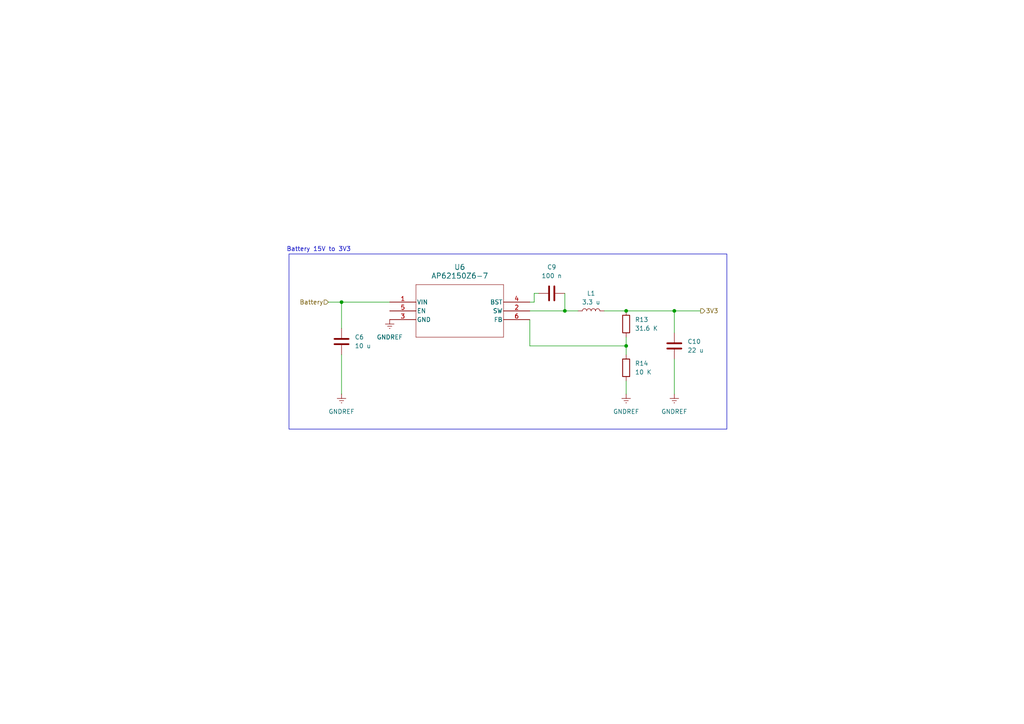
<source format=kicad_sch>
(kicad_sch
	(version 20250114)
	(generator "eeschema")
	(generator_version "9.0")
	(uuid "ed28105f-d7c6-404a-8791-0c3323c410f9")
	(paper "A4")
	(lib_symbols
		(symbol "HMS_SSymbols_Library:AP62150Z6-7"
			(pin_names
				(offset 0.254)
			)
			(exclude_from_sim no)
			(in_bom yes)
			(on_board yes)
			(property "Reference" "U"
				(at 20.32 10.16 0)
				(effects
					(font
						(size 1.524 1.524)
					)
				)
			)
			(property "Value" "AP62150Z6-7"
				(at 20.32 7.62 0)
				(effects
					(font
						(size 1.524 1.524)
					)
				)
			)
			(property "Footprint" "SOT563_DIO"
				(at 0 0 0)
				(effects
					(font
						(size 1.27 1.27)
						(italic yes)
					)
					(hide yes)
				)
			)
			(property "Datasheet" "AP62150Z6-7"
				(at 0 0 0)
				(effects
					(font
						(size 1.27 1.27)
						(italic yes)
					)
					(hide yes)
				)
			)
			(property "Description" ""
				(at 0 0 0)
				(effects
					(font
						(size 1.27 1.27)
					)
					(hide yes)
				)
			)
			(property "ki_locked" ""
				(at 0 0 0)
				(effects
					(font
						(size 1.27 1.27)
					)
				)
			)
			(property "ki_keywords" "AP62150Z6-7"
				(at 0 0 0)
				(effects
					(font
						(size 1.27 1.27)
					)
					(hide yes)
				)
			)
			(property "ki_fp_filters" "SOT563_DIO SOT563_DIO-M SOT563_DIO-L"
				(at 0 0 0)
				(effects
					(font
						(size 1.27 1.27)
					)
					(hide yes)
				)
			)
			(symbol "AP62150Z6-7_0_1"
				(polyline
					(pts
						(xy 7.62 5.08) (xy 7.62 -10.16)
					)
					(stroke
						(width 0.127)
						(type default)
					)
					(fill
						(type none)
					)
				)
				(polyline
					(pts
						(xy 7.62 -10.16) (xy 33.02 -10.16)
					)
					(stroke
						(width 0.127)
						(type default)
					)
					(fill
						(type none)
					)
				)
				(polyline
					(pts
						(xy 33.02 5.08) (xy 7.62 5.08)
					)
					(stroke
						(width 0.127)
						(type default)
					)
					(fill
						(type none)
					)
				)
				(polyline
					(pts
						(xy 33.02 -10.16) (xy 33.02 5.08)
					)
					(stroke
						(width 0.127)
						(type default)
					)
					(fill
						(type none)
					)
				)
				(pin power_in line
					(at 0 0 0)
					(length 7.62)
					(name "VIN"
						(effects
							(font
								(size 1.27 1.27)
							)
						)
					)
					(number "1"
						(effects
							(font
								(size 1.27 1.27)
							)
						)
					)
				)
				(pin input line
					(at 0 -2.54 0)
					(length 7.62)
					(name "EN"
						(effects
							(font
								(size 1.27 1.27)
							)
						)
					)
					(number "5"
						(effects
							(font
								(size 1.27 1.27)
							)
						)
					)
				)
				(pin power_out line
					(at 0 -5.08 0)
					(length 7.62)
					(name "GND"
						(effects
							(font
								(size 1.27 1.27)
							)
						)
					)
					(number "3"
						(effects
							(font
								(size 1.27 1.27)
							)
						)
					)
				)
				(pin power_in line
					(at 40.64 0 180)
					(length 7.62)
					(name "BST"
						(effects
							(font
								(size 1.27 1.27)
							)
						)
					)
					(number "4"
						(effects
							(font
								(size 1.27 1.27)
							)
						)
					)
				)
				(pin output line
					(at 40.64 -2.54 180)
					(length 7.62)
					(name "SW"
						(effects
							(font
								(size 1.27 1.27)
							)
						)
					)
					(number "2"
						(effects
							(font
								(size 1.27 1.27)
							)
						)
					)
				)
				(pin input line
					(at 40.64 -5.08 180)
					(length 7.62)
					(name "FB"
						(effects
							(font
								(size 1.27 1.27)
							)
						)
					)
					(number "6"
						(effects
							(font
								(size 1.27 1.27)
							)
						)
					)
				)
			)
			(embedded_fonts no)
		)
		(symbol "HMS_SSymbols_Library:C"
			(pin_numbers
				(hide yes)
			)
			(pin_names
				(offset 0.254)
			)
			(exclude_from_sim no)
			(in_bom yes)
			(on_board yes)
			(property "Reference" "C"
				(at 0.635 2.54 0)
				(effects
					(font
						(size 1.27 1.27)
					)
					(justify left)
				)
			)
			(property "Value" "C"
				(at 0.635 -2.54 0)
				(effects
					(font
						(size 1.27 1.27)
					)
					(justify left)
				)
			)
			(property "Footprint" ""
				(at 0.9652 -3.81 0)
				(effects
					(font
						(size 1.27 1.27)
					)
					(hide yes)
				)
			)
			(property "Datasheet" "~"
				(at 0 0 0)
				(effects
					(font
						(size 1.27 1.27)
					)
					(hide yes)
				)
			)
			(property "Description" "Unpolarized capacitor"
				(at 0 0 0)
				(effects
					(font
						(size 1.27 1.27)
					)
					(hide yes)
				)
			)
			(property "ki_keywords" "cap capacitor"
				(at 0 0 0)
				(effects
					(font
						(size 1.27 1.27)
					)
					(hide yes)
				)
			)
			(property "ki_fp_filters" "C_*"
				(at 0 0 0)
				(effects
					(font
						(size 1.27 1.27)
					)
					(hide yes)
				)
			)
			(symbol "C_0_1"
				(polyline
					(pts
						(xy -2.032 0.762) (xy 2.032 0.762)
					)
					(stroke
						(width 0.508)
						(type default)
					)
					(fill
						(type none)
					)
				)
				(polyline
					(pts
						(xy -2.032 -0.762) (xy 2.032 -0.762)
					)
					(stroke
						(width 0.508)
						(type default)
					)
					(fill
						(type none)
					)
				)
			)
			(symbol "C_1_1"
				(pin passive line
					(at 0 3.81 270)
					(length 2.794)
					(name "~"
						(effects
							(font
								(size 1.27 1.27)
							)
						)
					)
					(number "1"
						(effects
							(font
								(size 1.27 1.27)
							)
						)
					)
				)
				(pin passive line
					(at 0 -3.81 90)
					(length 2.794)
					(name "~"
						(effects
							(font
								(size 1.27 1.27)
							)
						)
					)
					(number "2"
						(effects
							(font
								(size 1.27 1.27)
							)
						)
					)
				)
			)
			(embedded_fonts no)
		)
		(symbol "HMS_SSymbols_Library:GNDREF"
			(power)
			(pin_numbers
				(hide yes)
			)
			(pin_names
				(offset 0)
				(hide yes)
			)
			(exclude_from_sim no)
			(in_bom yes)
			(on_board yes)
			(property "Reference" "#PWR"
				(at 0 -6.35 0)
				(effects
					(font
						(size 1.27 1.27)
					)
					(hide yes)
				)
			)
			(property "Value" "GNDREF"
				(at 0 -3.81 0)
				(effects
					(font
						(size 1.27 1.27)
					)
				)
			)
			(property "Footprint" ""
				(at 0 0 0)
				(effects
					(font
						(size 1.27 1.27)
					)
					(hide yes)
				)
			)
			(property "Datasheet" ""
				(at 0 0 0)
				(effects
					(font
						(size 1.27 1.27)
					)
					(hide yes)
				)
			)
			(property "Description" "Power symbol creates a global label with name \"GNDREF\" , reference supply ground"
				(at 0 0 0)
				(effects
					(font
						(size 1.27 1.27)
					)
					(hide yes)
				)
			)
			(property "ki_keywords" "global power"
				(at 0 0 0)
				(effects
					(font
						(size 1.27 1.27)
					)
					(hide yes)
				)
			)
			(symbol "GNDREF_0_1"
				(polyline
					(pts
						(xy -0.635 -1.905) (xy 0.635 -1.905)
					)
					(stroke
						(width 0)
						(type default)
					)
					(fill
						(type none)
					)
				)
				(polyline
					(pts
						(xy -0.127 -2.54) (xy 0.127 -2.54)
					)
					(stroke
						(width 0)
						(type default)
					)
					(fill
						(type none)
					)
				)
				(polyline
					(pts
						(xy 0 -1.27) (xy 0 0)
					)
					(stroke
						(width 0)
						(type default)
					)
					(fill
						(type none)
					)
				)
				(polyline
					(pts
						(xy 1.27 -1.27) (xy -1.27 -1.27)
					)
					(stroke
						(width 0)
						(type default)
					)
					(fill
						(type none)
					)
				)
			)
			(symbol "GNDREF_1_1"
				(pin power_in line
					(at 0 0 270)
					(length 0)
					(name "~"
						(effects
							(font
								(size 1.27 1.27)
							)
						)
					)
					(number "1"
						(effects
							(font
								(size 1.27 1.27)
							)
						)
					)
				)
			)
			(embedded_fonts no)
		)
		(symbol "HMS_SSymbols_Library:L"
			(pin_numbers
				(hide yes)
			)
			(pin_names
				(offset 1.016)
				(hide yes)
			)
			(exclude_from_sim no)
			(in_bom yes)
			(on_board yes)
			(property "Reference" "L"
				(at -1.27 0 90)
				(effects
					(font
						(size 1.27 1.27)
					)
				)
			)
			(property "Value" "L"
				(at 1.905 0 90)
				(effects
					(font
						(size 1.27 1.27)
					)
				)
			)
			(property "Footprint" ""
				(at 0 0 0)
				(effects
					(font
						(size 1.27 1.27)
					)
					(hide yes)
				)
			)
			(property "Datasheet" "~"
				(at 0 0 0)
				(effects
					(font
						(size 1.27 1.27)
					)
					(hide yes)
				)
			)
			(property "Description" "Inductor"
				(at 0 0 0)
				(effects
					(font
						(size 1.27 1.27)
					)
					(hide yes)
				)
			)
			(property "ki_keywords" "inductor choke coil reactor magnetic"
				(at 0 0 0)
				(effects
					(font
						(size 1.27 1.27)
					)
					(hide yes)
				)
			)
			(property "ki_fp_filters" "Choke_* *Coil* Inductor_* L_*"
				(at 0 0 0)
				(effects
					(font
						(size 1.27 1.27)
					)
					(hide yes)
				)
			)
			(symbol "L_0_1"
				(arc
					(start 0 2.54)
					(mid 0.6323 1.905)
					(end 0 1.27)
					(stroke
						(width 0)
						(type default)
					)
					(fill
						(type none)
					)
				)
				(arc
					(start 0 1.27)
					(mid 0.6323 0.635)
					(end 0 0)
					(stroke
						(width 0)
						(type default)
					)
					(fill
						(type none)
					)
				)
				(arc
					(start 0 0)
					(mid 0.6323 -0.635)
					(end 0 -1.27)
					(stroke
						(width 0)
						(type default)
					)
					(fill
						(type none)
					)
				)
				(arc
					(start 0 -1.27)
					(mid 0.6323 -1.905)
					(end 0 -2.54)
					(stroke
						(width 0)
						(type default)
					)
					(fill
						(type none)
					)
				)
			)
			(symbol "L_1_1"
				(pin passive line
					(at 0 3.81 270)
					(length 1.27)
					(name "1"
						(effects
							(font
								(size 1.27 1.27)
							)
						)
					)
					(number "1"
						(effects
							(font
								(size 1.27 1.27)
							)
						)
					)
				)
				(pin passive line
					(at 0 -3.81 90)
					(length 1.27)
					(name "2"
						(effects
							(font
								(size 1.27 1.27)
							)
						)
					)
					(number "2"
						(effects
							(font
								(size 1.27 1.27)
							)
						)
					)
				)
			)
			(embedded_fonts no)
		)
		(symbol "HMS_SSymbols_Library:R"
			(pin_numbers
				(hide yes)
			)
			(pin_names
				(offset 0)
			)
			(exclude_from_sim no)
			(in_bom yes)
			(on_board yes)
			(property "Reference" "R"
				(at 2.032 0 90)
				(effects
					(font
						(size 1.27 1.27)
					)
				)
			)
			(property "Value" "R"
				(at 0 0 90)
				(effects
					(font
						(size 1.27 1.27)
					)
				)
			)
			(property "Footprint" ""
				(at -1.778 0 90)
				(effects
					(font
						(size 1.27 1.27)
					)
					(hide yes)
				)
			)
			(property "Datasheet" "~"
				(at 0 0 0)
				(effects
					(font
						(size 1.27 1.27)
					)
					(hide yes)
				)
			)
			(property "Description" "Resistor"
				(at 0 0 0)
				(effects
					(font
						(size 1.27 1.27)
					)
					(hide yes)
				)
			)
			(property "ki_keywords" "R res resistor"
				(at 0 0 0)
				(effects
					(font
						(size 1.27 1.27)
					)
					(hide yes)
				)
			)
			(property "ki_fp_filters" "R_*"
				(at 0 0 0)
				(effects
					(font
						(size 1.27 1.27)
					)
					(hide yes)
				)
			)
			(symbol "R_0_1"
				(rectangle
					(start -1.016 -2.54)
					(end 1.016 2.54)
					(stroke
						(width 0.254)
						(type default)
					)
					(fill
						(type none)
					)
				)
			)
			(symbol "R_1_1"
				(pin passive line
					(at 0 3.81 270)
					(length 1.27)
					(name "~"
						(effects
							(font
								(size 1.27 1.27)
							)
						)
					)
					(number "1"
						(effects
							(font
								(size 1.27 1.27)
							)
						)
					)
				)
				(pin passive line
					(at 0 -3.81 90)
					(length 1.27)
					(name "~"
						(effects
							(font
								(size 1.27 1.27)
							)
						)
					)
					(number "2"
						(effects
							(font
								(size 1.27 1.27)
							)
						)
					)
				)
			)
			(embedded_fonts no)
		)
	)
	(rectangle
		(start 83.82 73.66)
		(end 210.82 124.46)
		(stroke
			(width 0)
			(type default)
		)
		(fill
			(type none)
		)
		(uuid cbcd322f-c354-4634-a0fe-27e4b9ace101)
	)
	(text "Battery 15V to 3V3"
		(exclude_from_sim no)
		(at 92.456 72.39 0)
		(effects
			(font
				(size 1.27 1.27)
			)
		)
		(uuid "bf4bd5ef-64bf-44b7-bb3a-3db2834f3116")
	)
	(junction
		(at 195.58 90.17)
		(diameter 0)
		(color 0 0 0 0)
		(uuid "5b3a7110-7fe1-4597-b709-ecfeda78a0e8")
	)
	(junction
		(at 181.61 100.33)
		(diameter 0)
		(color 0 0 0 0)
		(uuid "ac6794fd-2d62-4fa7-ad03-49941e6b51b5")
	)
	(junction
		(at 99.06 87.63)
		(diameter 0)
		(color 0 0 0 0)
		(uuid "b1a0a29f-3807-4809-b5e4-a173f2126c40")
	)
	(junction
		(at 181.61 90.17)
		(diameter 0)
		(color 0 0 0 0)
		(uuid "d9deccce-4e90-44dd-9340-289e39a42b42")
	)
	(junction
		(at 163.83 90.17)
		(diameter 0)
		(color 0 0 0 0)
		(uuid "e69b8d6f-3ce8-4461-88b3-3419233eed53")
	)
	(wire
		(pts
			(xy 154.94 87.63) (xy 153.67 87.63)
		)
		(stroke
			(width 0)
			(type default)
		)
		(uuid "0ad1a48f-7314-4a30-a847-d45839c2c8c2")
	)
	(wire
		(pts
			(xy 163.83 85.09) (xy 163.83 90.17)
		)
		(stroke
			(width 0)
			(type default)
		)
		(uuid "1056250f-4663-45ba-994c-19322ba5c7a5")
	)
	(wire
		(pts
			(xy 99.06 114.3) (xy 99.06 102.87)
		)
		(stroke
			(width 0)
			(type default)
		)
		(uuid "15864d12-ebbc-44dc-86ad-3677947ed05b")
	)
	(wire
		(pts
			(xy 195.58 90.17) (xy 181.61 90.17)
		)
		(stroke
			(width 0)
			(type default)
		)
		(uuid "16153d5a-7077-4f6f-b199-5aada89a966e")
	)
	(wire
		(pts
			(xy 163.83 90.17) (xy 153.67 90.17)
		)
		(stroke
			(width 0)
			(type default)
		)
		(uuid "3e41b217-e115-4858-95d9-bf605299dff0")
	)
	(wire
		(pts
			(xy 154.94 85.09) (xy 156.21 85.09)
		)
		(stroke
			(width 0)
			(type default)
		)
		(uuid "462cfc5d-3565-470c-8889-debcad38ed66")
	)
	(wire
		(pts
			(xy 99.06 87.63) (xy 113.03 87.63)
		)
		(stroke
			(width 0)
			(type default)
		)
		(uuid "5b24e28e-8d79-468b-ad10-7dcf64adce24")
	)
	(wire
		(pts
			(xy 95.25 87.63) (xy 99.06 87.63)
		)
		(stroke
			(width 0)
			(type default)
		)
		(uuid "7bfc14bf-4bfb-430a-bec9-86f94ec76e24")
	)
	(wire
		(pts
			(xy 181.61 100.33) (xy 181.61 102.87)
		)
		(stroke
			(width 0)
			(type default)
		)
		(uuid "7d1e978e-4ac3-4bba-95fa-7fe3ab4a65c3")
	)
	(wire
		(pts
			(xy 99.06 95.25) (xy 99.06 87.63)
		)
		(stroke
			(width 0)
			(type default)
		)
		(uuid "7e133317-0fb9-498f-8ffb-f1c774ebbe81")
	)
	(wire
		(pts
			(xy 167.64 90.17) (xy 163.83 90.17)
		)
		(stroke
			(width 0)
			(type default)
		)
		(uuid "87e5a613-ae84-48ee-8c85-06c4d714326e")
	)
	(wire
		(pts
			(xy 153.67 100.33) (xy 181.61 100.33)
		)
		(stroke
			(width 0)
			(type default)
		)
		(uuid "a585e1b8-a64f-4621-ab0b-f66df604a773")
	)
	(wire
		(pts
			(xy 181.61 90.17) (xy 175.26 90.17)
		)
		(stroke
			(width 0)
			(type default)
		)
		(uuid "a93ee0b7-a2cb-4f33-8a25-b13f7ec43d37")
	)
	(wire
		(pts
			(xy 181.61 100.33) (xy 181.61 97.79)
		)
		(stroke
			(width 0)
			(type default)
		)
		(uuid "b129cc4d-2a3b-4b41-9f08-571303711068")
	)
	(wire
		(pts
			(xy 154.94 85.09) (xy 154.94 87.63)
		)
		(stroke
			(width 0)
			(type default)
		)
		(uuid "b3c27876-50c2-4f15-abee-05fdfd60d5c0")
	)
	(wire
		(pts
			(xy 181.61 114.3) (xy 181.61 110.49)
		)
		(stroke
			(width 0)
			(type default)
		)
		(uuid "bbc8ed0e-4cfe-48dd-aec3-91e842f0a593")
	)
	(wire
		(pts
			(xy 153.67 92.71) (xy 153.67 100.33)
		)
		(stroke
			(width 0)
			(type default)
		)
		(uuid "d8dfdbc1-bbde-4e90-a1c0-dcfe9dea55fe")
	)
	(wire
		(pts
			(xy 195.58 114.3) (xy 195.58 104.14)
		)
		(stroke
			(width 0)
			(type default)
		)
		(uuid "de79bd68-7b31-4877-9e1e-ebf06d4930ce")
	)
	(wire
		(pts
			(xy 195.58 96.52) (xy 195.58 90.17)
		)
		(stroke
			(width 0)
			(type default)
		)
		(uuid "e53e7abf-8a88-4690-adc5-accf8121ed25")
	)
	(wire
		(pts
			(xy 203.2 90.17) (xy 195.58 90.17)
		)
		(stroke
			(width 0)
			(type default)
		)
		(uuid "ed1e4b73-c71f-4840-87ad-c4e82d4042a4")
	)
	(hierarchical_label "3V3"
		(shape output)
		(at 203.2 90.17 0)
		(effects
			(font
				(size 1.27 1.27)
			)
			(justify left)
		)
		(uuid "490ba988-6a71-4fac-9b1a-b251d4a23324")
	)
	(hierarchical_label "Battery"
		(shape input)
		(at 95.25 87.63 180)
		(effects
			(font
				(size 1.27 1.27)
			)
			(justify right)
		)
		(uuid "5c10dc0a-f167-48d0-885e-735be6c67167")
	)
	(symbol
		(lib_id "HMS_SSymbols_Library:AP62150Z6-7")
		(at 113.03 87.63 0)
		(unit 1)
		(exclude_from_sim no)
		(in_bom yes)
		(on_board yes)
		(dnp no)
		(fields_autoplaced yes)
		(uuid "110e1722-51b9-4b33-a9f9-f2b5d1738199")
		(property "Reference" "U6"
			(at 133.35 77.47 0)
			(effects
				(font
					(size 1.524 1.524)
				)
			)
		)
		(property "Value" "AP62150Z6-7"
			(at 133.35 80.01 0)
			(effects
				(font
					(size 1.524 1.524)
				)
			)
		)
		(property "Footprint" "SOT563_DIO"
			(at 113.03 87.63 0)
			(effects
				(font
					(size 1.27 1.27)
					(italic yes)
				)
				(hide yes)
			)
		)
		(property "Datasheet" "AP62150Z6-7"
			(at 113.03 87.63 0)
			(effects
				(font
					(size 1.27 1.27)
					(italic yes)
				)
				(hide yes)
			)
		)
		(property "Description" ""
			(at 113.03 87.63 0)
			(effects
				(font
					(size 1.27 1.27)
				)
				(hide yes)
			)
		)
		(pin "1"
			(uuid "66f5296f-252d-48d0-ab75-bc56a5de87f4")
		)
		(pin "5"
			(uuid "6c449ed5-1114-4a54-9644-22dcca915fcd")
		)
		(pin "2"
			(uuid "97f30d14-7b60-4dc6-bd23-1c8fe471e432")
		)
		(pin "4"
			(uuid "76c707e7-6a78-4c99-87c2-6cf087ec2029")
		)
		(pin "3"
			(uuid "05652bea-504a-4443-9f50-4b413ba48f2e")
		)
		(pin "6"
			(uuid "0c47b2ff-cc0d-4ac4-b6ff-71966967ea0b")
		)
		(instances
			(project ""
				(path "/f58d4a15-dad3-4b2d-a625-0883ffa8695e/949a0c0f-a9c0-4cee-92fe-3384dfd218fd"
					(reference "U6")
					(unit 1)
				)
			)
		)
	)
	(symbol
		(lib_id "HMS_SSymbols_Library:L")
		(at 171.45 90.17 90)
		(unit 1)
		(exclude_from_sim no)
		(in_bom yes)
		(on_board yes)
		(dnp no)
		(fields_autoplaced yes)
		(uuid "1ec519e9-4d27-4bbd-a4b9-447654e083a5")
		(property "Reference" "L1"
			(at 171.45 85.09 90)
			(effects
				(font
					(size 1.27 1.27)
				)
			)
		)
		(property "Value" "3.3 u"
			(at 171.45 87.63 90)
			(effects
				(font
					(size 1.27 1.27)
				)
			)
		)
		(property "Footprint" ""
			(at 171.45 90.17 0)
			(effects
				(font
					(size 1.27 1.27)
				)
				(hide yes)
			)
		)
		(property "Datasheet" "~"
			(at 171.45 90.17 0)
			(effects
				(font
					(size 1.27 1.27)
				)
				(hide yes)
			)
		)
		(property "Description" "Inductor"
			(at 171.45 90.17 0)
			(effects
				(font
					(size 1.27 1.27)
				)
				(hide yes)
			)
		)
		(pin "1"
			(uuid "159ef222-2917-4683-9cd9-e9fc84c0788e")
		)
		(pin "2"
			(uuid "0e741fb8-cba0-4eec-a3fc-8fb925c973b6")
		)
		(instances
			(project ""
				(path "/f58d4a15-dad3-4b2d-a625-0883ffa8695e/949a0c0f-a9c0-4cee-92fe-3384dfd218fd"
					(reference "L1")
					(unit 1)
				)
			)
		)
	)
	(symbol
		(lib_id "HMS_SSymbols_Library:C")
		(at 195.58 100.33 180)
		(unit 1)
		(exclude_from_sim no)
		(in_bom yes)
		(on_board yes)
		(dnp no)
		(fields_autoplaced yes)
		(uuid "20f0f74a-7987-4322-9308-70404e82114b")
		(property "Reference" "C10"
			(at 199.39 99.0599 0)
			(effects
				(font
					(size 1.27 1.27)
				)
				(justify right)
			)
		)
		(property "Value" "22 u"
			(at 199.39 101.5999 0)
			(effects
				(font
					(size 1.27 1.27)
				)
				(justify right)
			)
		)
		(property "Footprint" ""
			(at 194.6148 96.52 0)
			(effects
				(font
					(size 1.27 1.27)
				)
				(hide yes)
			)
		)
		(property "Datasheet" "~"
			(at 195.58 100.33 0)
			(effects
				(font
					(size 1.27 1.27)
				)
				(hide yes)
			)
		)
		(property "Description" "Unpolarized capacitor"
			(at 195.58 100.33 0)
			(effects
				(font
					(size 1.27 1.27)
				)
				(hide yes)
			)
		)
		(pin "2"
			(uuid "e7d3e520-fb02-4db6-957a-801310def48d")
		)
		(pin "1"
			(uuid "4ccadd30-5d41-479f-8e18-f1a702b581e0")
		)
		(instances
			(project "HMS"
				(path "/f58d4a15-dad3-4b2d-a625-0883ffa8695e/949a0c0f-a9c0-4cee-92fe-3384dfd218fd"
					(reference "C10")
					(unit 1)
				)
			)
		)
	)
	(symbol
		(lib_id "HMS_SSymbols_Library:C")
		(at 99.06 99.06 0)
		(unit 1)
		(exclude_from_sim no)
		(in_bom yes)
		(on_board yes)
		(dnp no)
		(fields_autoplaced yes)
		(uuid "352c7105-1332-4e12-9191-77a520454b07")
		(property "Reference" "C6"
			(at 102.87 97.7899 0)
			(effects
				(font
					(size 1.27 1.27)
				)
				(justify left)
			)
		)
		(property "Value" "10 u"
			(at 102.87 100.3299 0)
			(effects
				(font
					(size 1.27 1.27)
				)
				(justify left)
			)
		)
		(property "Footprint" ""
			(at 100.0252 102.87 0)
			(effects
				(font
					(size 1.27 1.27)
				)
				(hide yes)
			)
		)
		(property "Datasheet" "~"
			(at 99.06 99.06 0)
			(effects
				(font
					(size 1.27 1.27)
				)
				(hide yes)
			)
		)
		(property "Description" "Unpolarized capacitor"
			(at 99.06 99.06 0)
			(effects
				(font
					(size 1.27 1.27)
				)
				(hide yes)
			)
		)
		(pin "2"
			(uuid "59646ccc-8354-46b9-ae42-aa1948d69107")
		)
		(pin "1"
			(uuid "3d2cb0ba-3e0f-4720-aa6c-cdddd7d4ac9c")
		)
		(instances
			(project ""
				(path "/f58d4a15-dad3-4b2d-a625-0883ffa8695e/949a0c0f-a9c0-4cee-92fe-3384dfd218fd"
					(reference "C6")
					(unit 1)
				)
			)
		)
	)
	(symbol
		(lib_id "HMS_SSymbols_Library:R")
		(at 181.61 93.98 0)
		(unit 1)
		(exclude_from_sim no)
		(in_bom yes)
		(on_board yes)
		(dnp no)
		(fields_autoplaced yes)
		(uuid "3768233c-2af2-482b-9b7f-9a5359132aa6")
		(property "Reference" "R13"
			(at 184.15 92.7099 0)
			(effects
				(font
					(size 1.27 1.27)
				)
				(justify left)
			)
		)
		(property "Value" "31.6 K"
			(at 184.15 95.2499 0)
			(effects
				(font
					(size 1.27 1.27)
				)
				(justify left)
			)
		)
		(property "Footprint" ""
			(at 179.832 93.98 90)
			(effects
				(font
					(size 1.27 1.27)
				)
				(hide yes)
			)
		)
		(property "Datasheet" "~"
			(at 181.61 93.98 0)
			(effects
				(font
					(size 1.27 1.27)
				)
				(hide yes)
			)
		)
		(property "Description" "Resistor"
			(at 181.61 93.98 0)
			(effects
				(font
					(size 1.27 1.27)
				)
				(hide yes)
			)
		)
		(pin "1"
			(uuid "d62f70fa-d243-4ccc-930d-02e558cd67c0")
		)
		(pin "2"
			(uuid "a9f7beba-f7b4-4cca-927b-e6bd5a232ff2")
		)
		(instances
			(project ""
				(path "/f58d4a15-dad3-4b2d-a625-0883ffa8695e/949a0c0f-a9c0-4cee-92fe-3384dfd218fd"
					(reference "R13")
					(unit 1)
				)
			)
		)
	)
	(symbol
		(lib_id "HMS_SSymbols_Library:GNDREF")
		(at 181.61 114.3 0)
		(unit 1)
		(exclude_from_sim no)
		(in_bom yes)
		(on_board yes)
		(dnp no)
		(fields_autoplaced yes)
		(uuid "999297d8-48eb-44ee-ac2e-8be475250953")
		(property "Reference" "#PWR026"
			(at 181.61 120.65 0)
			(effects
				(font
					(size 1.27 1.27)
				)
				(hide yes)
			)
		)
		(property "Value" "GNDREF"
			(at 181.61 119.38 0)
			(effects
				(font
					(size 1.27 1.27)
				)
			)
		)
		(property "Footprint" ""
			(at 181.61 114.3 0)
			(effects
				(font
					(size 1.27 1.27)
				)
				(hide yes)
			)
		)
		(property "Datasheet" ""
			(at 181.61 114.3 0)
			(effects
				(font
					(size 1.27 1.27)
				)
				(hide yes)
			)
		)
		(property "Description" "Power symbol creates a global label with name \"GNDREF\" , reference supply ground"
			(at 181.61 114.3 0)
			(effects
				(font
					(size 1.27 1.27)
				)
				(hide yes)
			)
		)
		(pin "1"
			(uuid "17a7bbd4-273e-48c1-8caa-451601bc111b")
		)
		(instances
			(project "HMS"
				(path "/f58d4a15-dad3-4b2d-a625-0883ffa8695e/949a0c0f-a9c0-4cee-92fe-3384dfd218fd"
					(reference "#PWR026")
					(unit 1)
				)
			)
		)
	)
	(symbol
		(lib_id "HMS_SSymbols_Library:GNDREF")
		(at 113.03 92.71 0)
		(unit 1)
		(exclude_from_sim no)
		(in_bom yes)
		(on_board yes)
		(dnp no)
		(fields_autoplaced yes)
		(uuid "9e35762c-b169-411e-9a24-9e91b83d9515")
		(property "Reference" "#PWR024"
			(at 113.03 99.06 0)
			(effects
				(font
					(size 1.27 1.27)
				)
				(hide yes)
			)
		)
		(property "Value" "GNDREF"
			(at 113.03 97.79 0)
			(effects
				(font
					(size 1.27 1.27)
				)
			)
		)
		(property "Footprint" ""
			(at 113.03 92.71 0)
			(effects
				(font
					(size 1.27 1.27)
				)
				(hide yes)
			)
		)
		(property "Datasheet" ""
			(at 113.03 92.71 0)
			(effects
				(font
					(size 1.27 1.27)
				)
				(hide yes)
			)
		)
		(property "Description" "Power symbol creates a global label with name \"GNDREF\" , reference supply ground"
			(at 113.03 92.71 0)
			(effects
				(font
					(size 1.27 1.27)
				)
				(hide yes)
			)
		)
		(pin "1"
			(uuid "35dd7700-d42e-47d0-b252-3988b1b6f570")
		)
		(instances
			(project ""
				(path "/f58d4a15-dad3-4b2d-a625-0883ffa8695e/949a0c0f-a9c0-4cee-92fe-3384dfd218fd"
					(reference "#PWR024")
					(unit 1)
				)
			)
		)
	)
	(symbol
		(lib_id "HMS_SSymbols_Library:GNDREF")
		(at 195.58 114.3 0)
		(unit 1)
		(exclude_from_sim no)
		(in_bom yes)
		(on_board yes)
		(dnp no)
		(fields_autoplaced yes)
		(uuid "a15badf2-8fac-40fc-804c-f71bbcfe76bb")
		(property "Reference" "#PWR025"
			(at 195.58 120.65 0)
			(effects
				(font
					(size 1.27 1.27)
				)
				(hide yes)
			)
		)
		(property "Value" "GNDREF"
			(at 195.58 119.38 0)
			(effects
				(font
					(size 1.27 1.27)
				)
			)
		)
		(property "Footprint" ""
			(at 195.58 114.3 0)
			(effects
				(font
					(size 1.27 1.27)
				)
				(hide yes)
			)
		)
		(property "Datasheet" ""
			(at 195.58 114.3 0)
			(effects
				(font
					(size 1.27 1.27)
				)
				(hide yes)
			)
		)
		(property "Description" "Power symbol creates a global label with name \"GNDREF\" , reference supply ground"
			(at 195.58 114.3 0)
			(effects
				(font
					(size 1.27 1.27)
				)
				(hide yes)
			)
		)
		(pin "1"
			(uuid "31b6d656-98f8-4e6a-aa25-b0a6e7ac5e3d")
		)
		(instances
			(project ""
				(path "/f58d4a15-dad3-4b2d-a625-0883ffa8695e/949a0c0f-a9c0-4cee-92fe-3384dfd218fd"
					(reference "#PWR025")
					(unit 1)
				)
			)
		)
	)
	(symbol
		(lib_id "HMS_SSymbols_Library:GNDREF")
		(at 99.06 114.3 0)
		(unit 1)
		(exclude_from_sim no)
		(in_bom yes)
		(on_board yes)
		(dnp no)
		(fields_autoplaced yes)
		(uuid "b5f6c001-cd48-410b-897b-e31a503071cf")
		(property "Reference" "#PWR020"
			(at 99.06 120.65 0)
			(effects
				(font
					(size 1.27 1.27)
				)
				(hide yes)
			)
		)
		(property "Value" "GNDREF"
			(at 99.06 119.38 0)
			(effects
				(font
					(size 1.27 1.27)
				)
			)
		)
		(property "Footprint" ""
			(at 99.06 114.3 0)
			(effects
				(font
					(size 1.27 1.27)
				)
				(hide yes)
			)
		)
		(property "Datasheet" ""
			(at 99.06 114.3 0)
			(effects
				(font
					(size 1.27 1.27)
				)
				(hide yes)
			)
		)
		(property "Description" "Power symbol creates a global label with name \"GNDREF\" , reference supply ground"
			(at 99.06 114.3 0)
			(effects
				(font
					(size 1.27 1.27)
				)
				(hide yes)
			)
		)
		(pin "1"
			(uuid "66ebfab9-bdae-47e5-9228-08bca02689de")
		)
		(instances
			(project ""
				(path "/f58d4a15-dad3-4b2d-a625-0883ffa8695e/949a0c0f-a9c0-4cee-92fe-3384dfd218fd"
					(reference "#PWR020")
					(unit 1)
				)
			)
		)
	)
	(symbol
		(lib_id "HMS_SSymbols_Library:C")
		(at 160.02 85.09 90)
		(unit 1)
		(exclude_from_sim no)
		(in_bom yes)
		(on_board yes)
		(dnp no)
		(fields_autoplaced yes)
		(uuid "bfdcacf3-f23c-417d-b1f8-98d538b86853")
		(property "Reference" "C9"
			(at 160.02 77.47 90)
			(effects
				(font
					(size 1.27 1.27)
				)
			)
		)
		(property "Value" "100 n"
			(at 160.02 80.01 90)
			(effects
				(font
					(size 1.27 1.27)
				)
			)
		)
		(property "Footprint" ""
			(at 163.83 84.1248 0)
			(effects
				(font
					(size 1.27 1.27)
				)
				(hide yes)
			)
		)
		(property "Datasheet" "~"
			(at 160.02 85.09 0)
			(effects
				(font
					(size 1.27 1.27)
				)
				(hide yes)
			)
		)
		(property "Description" "Unpolarized capacitor"
			(at 160.02 85.09 0)
			(effects
				(font
					(size 1.27 1.27)
				)
				(hide yes)
			)
		)
		(pin "2"
			(uuid "918051a1-8e88-4a02-a765-99249c60457c")
		)
		(pin "1"
			(uuid "78e9fdbe-e5a1-42ec-bec6-7831cf5df58c")
		)
		(instances
			(project ""
				(path "/f58d4a15-dad3-4b2d-a625-0883ffa8695e/949a0c0f-a9c0-4cee-92fe-3384dfd218fd"
					(reference "C9")
					(unit 1)
				)
			)
		)
	)
	(symbol
		(lib_id "HMS_SSymbols_Library:R")
		(at 181.61 106.68 0)
		(unit 1)
		(exclude_from_sim no)
		(in_bom yes)
		(on_board yes)
		(dnp no)
		(fields_autoplaced yes)
		(uuid "e1a2b329-d604-4646-9e5e-0cc2f2564185")
		(property "Reference" "R14"
			(at 184.15 105.4099 0)
			(effects
				(font
					(size 1.27 1.27)
				)
				(justify left)
			)
		)
		(property "Value" "10 K"
			(at 184.15 107.9499 0)
			(effects
				(font
					(size 1.27 1.27)
				)
				(justify left)
			)
		)
		(property "Footprint" ""
			(at 179.832 106.68 90)
			(effects
				(font
					(size 1.27 1.27)
				)
				(hide yes)
			)
		)
		(property "Datasheet" "~"
			(at 181.61 106.68 0)
			(effects
				(font
					(size 1.27 1.27)
				)
				(hide yes)
			)
		)
		(property "Description" "Resistor"
			(at 181.61 106.68 0)
			(effects
				(font
					(size 1.27 1.27)
				)
				(hide yes)
			)
		)
		(pin "1"
			(uuid "85d3f631-a061-4f0a-9226-654b9672f3dc")
		)
		(pin "2"
			(uuid "d137c893-269f-45a3-80b6-6c2aeeede158")
		)
		(instances
			(project "HMS"
				(path "/f58d4a15-dad3-4b2d-a625-0883ffa8695e/949a0c0f-a9c0-4cee-92fe-3384dfd218fd"
					(reference "R14")
					(unit 1)
				)
			)
		)
	)
)

</source>
